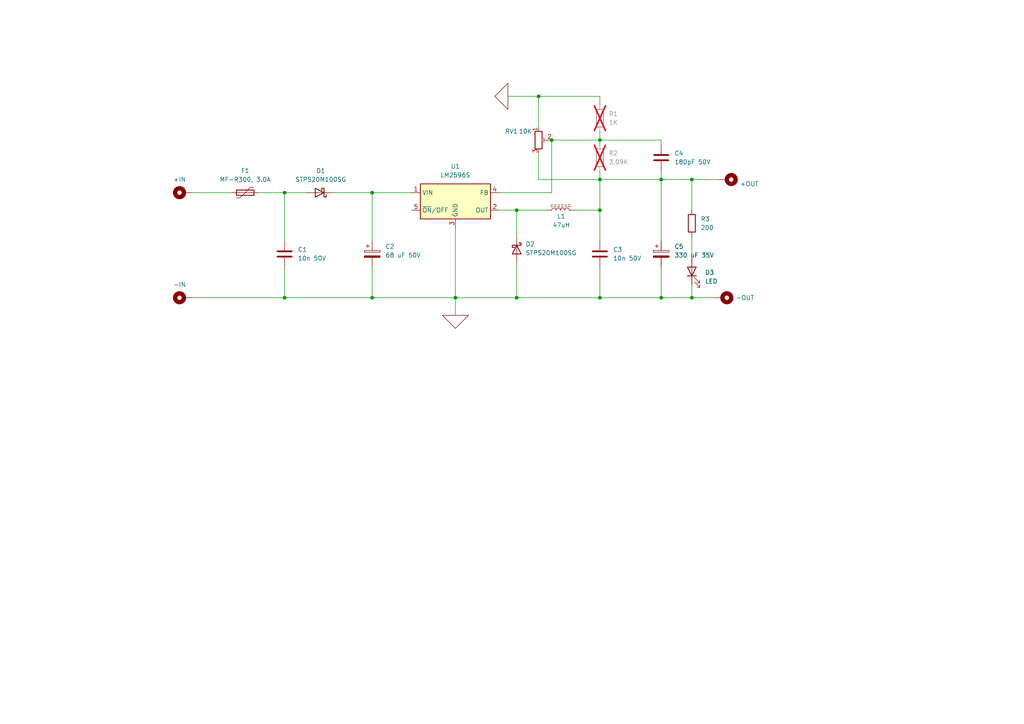
<source format=kicad_sch>
(kicad_sch (version 20231120) (generator "eeschema") (generator_version "8.0")
  (paper "A4")
  (lib_symbols
    (symbol "Device:C" (pin_numbers hide) (pin_names (offset 0.254))
      (property "Reference" "C" (at 0.635 2.54 0))
      (property "Value" "C" (at 0.635 -2.54 0))
      (symbol "C_0_1"
        (polyline (pts (xy -2.032 -0.762) (xy 2.032 -0.762)) (stroke (width 0.508)))
        (polyline (pts (xy -2.032 0.762) (xy 2.032 0.762)) (stroke (width 0.508)))
      )
      (symbol "C_1_1"
        (pin passive line (at 0 3.81 270) (length 2.794) (name "~") (number "1"))
        (pin passive line (at 0 -3.81 90) (length 2.794) (name "~") (number "2"))
      )
    )
    (symbol "Device:C_Polarized" (pin_numbers hide) (pin_names (offset 0.254))
      (property "Reference" "C" (at 0.635 2.54 0))
      (property "Value" "C_Polarized" (at 0.635 -2.54 0))
      (symbol "C_Polarized_0_1"
        (rectangle (start -2.286 0.508) (end 2.286 1.016))
        (polyline (pts (xy -1.778 2.286) (xy -0.762 2.286)))
        (polyline (pts (xy -1.27 2.794) (xy -1.27 1.778)))
        (rectangle (start 2.286 -0.508) (end -2.286 -1.016) (fill (type outline)))
      )
      (symbol "C_Polarized_1_1"
        (pin passive line (at 0 3.81 270) (length 2.794) (name "~") (number "1"))
        (pin passive line (at 0 -3.81 90) (length 2.794) (name "~") (number "2"))
      )
    )
    (symbol "Device:D_Schottky" (pin_numbers hide) (pin_names (offset 1.016) hide)
      (property "Reference" "D" (at 0 2.54 0))
      (property "Value" "D_Schottky" (at 0 -2.54 0))
      (symbol "D_Schottky_0_1"
        (polyline (pts (xy 1.27 0) (xy -1.27 0)))
        (polyline (pts (xy 1.27 1.27) (xy 1.27 -1.27) (xy -1.27 0) (xy 1.27 1.27)) (stroke (width 0.254)))
        (polyline (pts (xy -1.905 0.635) (xy -1.905 1.27) (xy -1.27 1.27) (xy -1.27 -1.27) (xy -0.635 -1.27) (xy -0.635 -0.635)) (stroke (width 0.254)))
      )
      (symbol "D_Schottky_1_1"
        (pin passive line (at -3.81 0 0) (length 2.54) (name "K") (number "1"))
        (pin passive line (at 3.81 0 180) (length 2.54) (name "A") (number "2"))
      )
    )
    (symbol "Device:LED" (pin_numbers hide) (pin_names (offset 1.016) hide)
      (property "Reference" "D" (at 0 2.54 0))
      (property "Value" "LED" (at 0 -2.54 0))
      (symbol "LED_0_1"
        (polyline (pts (xy -1.27 -1.27) (xy -1.27 1.27)) (stroke (width 0.254)))
        (polyline (pts (xy -1.27 0) (xy 1.27 0)))
        (polyline (pts (xy 1.27 -1.27) (xy 1.27 1.27) (xy -1.27 0) (xy 1.27 -1.27)) (stroke (width 0.254)))
        (polyline (pts (xy -3.048 -0.762) (xy -4.572 -2.286) (xy -3.81 -2.286) (xy -4.572 -2.286) (xy -4.572 -1.524)))
        (polyline (pts (xy -1.778 -0.762) (xy -3.302 -2.286) (xy -2.54 -2.286) (xy -3.302 -2.286) (xy -3.302 -1.524)))
      )
      (symbol "LED_1_1"
        (pin passive line (at -3.81 0 0) (length 2.54) (name "K") (number "1"))
        (pin passive line (at 3.81 0 180) (length 2.54) (name "A") (number "2"))
      )
    )
    (symbol "Device:L_Ferrite" (pin_numbers hide) (pin_names (offset 1.016) hide)
      (property "Reference" "L" (at -1.27 0 90))
      (property "Value" "L_Ferrite" (at 2.794 0 90))
      (symbol "L_Ferrite_0_1"
        (arc (start 0 -2.54) (mid 0.6323 -1.905) (end 0 -1.27))
        (arc (start 0 -1.27) (mid 0.6323 -0.635) (end 0 0))
        (polyline (pts (xy 1.016 -2.794) (xy 1.016 -2.286)))
        (polyline (pts (xy 1.016 -1.778) (xy 1.016 -1.27)))
        (polyline (pts (xy 1.016 -0.762) (xy 1.016 -0.254)))
        (polyline (pts (xy 1.016 0.254) (xy 1.016 0.762)))
        (polyline (pts (xy 1.016 1.27) (xy 1.016 1.778)))
        (polyline (pts (xy 1.016 2.286) (xy 1.016 2.794)))
        (polyline (pts (xy 1.524 -2.286) (xy 1.524 -2.794)))
        (polyline (pts (xy 1.524 -1.27) (xy 1.524 -1.778)))
        (polyline (pts (xy 1.524 -0.254) (xy 1.524 -0.762)))
        (polyline (pts (xy 1.524 0.762) (xy 1.524 0.254)))
        (polyline (pts (xy 1.524 1.778) (xy 1.524 1.27)))
        (polyline (pts (xy 1.524 2.794) (xy 1.524 2.286)))
        (arc (start 0 0) (mid 0.6323 0.635) (end 0 1.27))
        (arc (start 0 1.27) (mid 0.6323 1.905) (end 0 2.54))
      )
      (symbol "L_Ferrite_1_1"
        (pin passive line (at 0 3.81 270) (length 1.27) (name "1") (number "1"))
        (pin passive line (at 0 -3.81 90) (length 1.27) (name "2") (number "2"))
      )
    )
    (symbol "Device:Polyfuse" (pin_numbers hide) (pin_names (offset 0))
      (property "Reference" "F" (at -2.54 0 90))
      (property "Value" "Polyfuse" (at 2.54 0 90))
      (symbol "Polyfuse_0_1"
        (rectangle (start -0.762 2.54) (end 0.762 -2.54) (stroke (width 0.254)))
        (polyline (pts (xy 0 2.54) (xy 0 -2.54)))
        (polyline (pts (xy -1.524 2.54) (xy -1.524 1.524) (xy 1.524 -1.524) (xy 1.524 -2.54)))
      )
      (symbol "Polyfuse_1_1"
        (pin passive line (at 0 3.81 270) (length 1.27) (name "~") (number "1"))
        (pin passive line (at 0 -3.81 90) (length 1.27) (name "~") (number "2"))
      )
    )
    (symbol "Device:R" (pin_numbers hide) (pin_names (offset 0))
      (property "Reference" "R" (at 2.032 0 90))
      (property "Value" "R" (at 0 0 90))
      (symbol "R_0_1"
        (rectangle (start -1.016 -2.54) (end 1.016 2.54) (stroke (width 0.254)))
      )
      (symbol "R_1_1"
        (pin passive line (at 0 3.81 270) (length 1.27) (name "~") (number "1"))
        (pin passive line (at 0 -3.81 90) (length 1.27) (name "~") (number "2"))
      )
    )
    (symbol "Device:R_Potentiometer_Trim" (pin_names (offset 1.016) hide)
      (property "Reference" "RV" (at -4.445 0 90))
      (property "Value" "R_Potentiometer_Trim" (at -2.54 0 90))
      (symbol "R_Potentiometer_Trim_0_1"
        (polyline (pts (xy 1.524 0.762) (xy 1.524 -0.762)))
        (polyline (pts (xy 2.54 0) (xy 1.524 0)))
        (rectangle (start 1.016 2.54) (end -1.016 -2.54) (stroke (width 0.254)))
      )
      (symbol "R_Potentiometer_Trim_1_1"
        (pin passive line (at 0 3.81 270) (length 1.27) (name "1") (number "1"))
        (pin passive line (at 3.81 0 180) (length 1.27) (name "2") (number "2"))
        (pin passive line (at 0 -3.81 90) (length 1.27) (name "3") (number "3"))
      )
    )
    (symbol "Mechanical:MountingHole_Pad" (pin_numbers hide) (pin_names (offset 1.016) hide) (exclude_from_sim yes) (in_bom no)
      (property "Reference" "H" (at 0 6.35 0))
      (property "Value" "MountingHole_Pad" (at 0 4.445 0))
      (symbol "MountingHole_Pad_0_1"
        (circle (center 0 1.27) (radius 1.27) (stroke (width 1.27)))
      )
      (symbol "MountingHole_Pad_1_1"
        (pin input line (at 0 -2.54 90) (length 2.54) (name "1") (number "1"))
      )
    )
    (symbol "PCM_Generic:P,GND" (power) (pin_numbers hide) (pin_names (offset 3.81))
      (symbol "P,GND_1_1"
        (polyline (pts (xy 0 -3.81) (xy 3.81 0) (xy -3.81 0) (xy 0 -3.81)))
        (pin power_in line (at 0 0 0) (length 0) hide (name "GND") (number "0"))
      )
    )
    (symbol "Regulator_Switching:LM2596S-5"
      (property "Reference" "U" (at -10.16 6.35 0))
      (property "Value" "LM2596S-5" (at 0 6.35 0))
      (symbol "LM2596S-5_0_1"
        (rectangle (start -10.16 5.08) (end 10.16 -5.08) (stroke (width 0.254)) (fill (type background)))
      )
      (symbol "LM2596S-5_1_1"
        (pin power_in line (at -12.7 2.54 0) (length 2.54) (name "VIN") (number "1"))
        (pin output line (at 12.7 -2.54 180) (length 2.54) (name "OUT") (number "2"))
        (pin power_in line (at 0 -7.62 90) (length 2.54) (name "GND") (number "3"))
        (pin input line (at 12.7 2.54 180) (length 2.54) (name "FB") (number "4"))
        (pin input line (at -12.7 -2.54 0) (length 2.54) (name "~{ON}/OFF") (number "5"))
      )
    )
  )
  (junction (at 173.99 86.36))
  (junction (at 160.02 40.64))
  (junction (at 149.86 86.36))
  (junction (at 149.86 60.96))
  (junction (at 191.77 52.07))
  (junction (at 191.77 86.36))
  (junction (at 107.95 86.36))
  (junction (at 82.55 55.88))
  (junction (at 173.99 60.96))
  (junction (at 200.66 52.07))
  (junction (at 173.99 40.64))
  (junction (at 82.55 86.36))
  (junction (at 156.21 27.94))
  (junction (at 107.95 55.88))
  (junction (at 200.66 86.36))
  (junction (at 132.08 86.36))
  (junction (at 173.99 52.07))
  (wire (pts (xy 96.52 55.88) (xy 107.95 55.88)))
  (wire (pts (xy 149.86 60.96) (xy 149.86 68.58)))
  (wire (pts (xy 156.21 52.07) (xy 156.21 44.45)))
  (wire (pts (xy 173.99 77.47) (xy 173.99 86.36)))
  (wire (pts (xy 191.77 77.47) (xy 191.77 86.36)))
  (wire (pts (xy 200.66 82.55) (xy 200.66 86.36)))
  (wire (pts (xy 160.02 55.88) (xy 144.78 55.88)))
  (wire (pts (xy 149.86 86.36) (xy 173.99 86.36)))
  (wire (pts (xy 200.66 86.36) (xy 207.01 86.36)))
  (wire (pts (xy 144.78 60.96) (xy 149.86 60.96)))
  (wire (pts (xy 107.95 86.36) (xy 132.08 86.36)))
  (wire (pts (xy 107.95 77.47) (xy 107.95 86.36)))
  (wire (pts (xy 173.99 52.07) (xy 173.99 60.96)))
  (wire (pts (xy 191.77 52.07) (xy 200.66 52.07)))
  (wire (pts (xy 132.08 86.36) (xy 149.86 86.36)))
  (wire (pts (xy 200.66 68.58) (xy 200.66 74.93)))
  (wire (pts (xy 132.08 66.04) (xy 132.08 86.36)))
  (wire (pts (xy 82.55 77.47) (xy 82.55 86.36)))
  (wire (pts (xy 160.02 40.64) (xy 173.99 40.64)))
  (wire (pts (xy 156.21 27.94) (xy 173.99 27.94)))
  (wire (pts (xy 82.55 55.88) (xy 88.9 55.88)))
  (wire (pts (xy 191.77 86.36) (xy 200.66 86.36)))
  (wire (pts (xy 173.99 27.94) (xy 173.99 30.48)))
  (wire (pts (xy 82.55 69.85) (xy 82.55 55.88)))
  (wire (pts (xy 149.86 60.96) (xy 158.75 60.96)))
  (wire (pts (xy 173.99 40.64) (xy 173.99 41.91)))
  (wire (pts (xy 156.21 36.83) (xy 156.21 27.94)))
  (wire (pts (xy 107.95 55.88) (xy 119.38 55.88)))
  (wire (pts (xy 173.99 52.07) (xy 191.77 52.07)))
  (wire (pts (xy 132.08 86.36) (xy 132.08 91.44)))
  (wire (pts (xy 191.77 41.91) (xy 191.77 40.64)))
  (wire (pts (xy 160.02 40.64) (xy 160.02 55.88)))
  (wire (pts (xy 200.66 52.07) (xy 208.28 52.07)))
  (wire (pts (xy 74.93 55.88) (xy 82.55 55.88)))
  (wire (pts (xy 173.99 86.36) (xy 191.77 86.36)))
  (wire (pts (xy 173.99 49.53) (xy 173.99 52.07)))
  (wire (pts (xy 107.95 55.88) (xy 107.95 69.85)))
  (wire (pts (xy 200.66 52.07) (xy 200.66 60.96)))
  (wire (pts (xy 173.99 52.07) (xy 156.21 52.07)))
  (wire (pts (xy 191.77 40.64) (xy 173.99 40.64)))
  (wire (pts (xy 173.99 38.1) (xy 173.99 40.64)))
  (wire (pts (xy 55.88 86.36) (xy 82.55 86.36)))
  (wire (pts (xy 147.32 27.94) (xy 156.21 27.94)))
  (wire (pts (xy 191.77 49.53) (xy 191.77 52.07)))
  (wire (pts (xy 166.37 60.96) (xy 173.99 60.96)))
  (wire (pts (xy 149.86 76.2) (xy 149.86 86.36)))
  (wire (pts (xy 55.88 55.88) (xy 67.31 55.88)))
  (wire (pts (xy 191.77 52.07) (xy 191.77 69.85)))
  (wire (pts (xy 82.55 86.36) (xy 107.95 86.36)))
  (wire (pts (xy 173.99 60.96) (xy 173.99 69.85)))
  (symbol (lib_id "Device:D_Schottky") (at 149.86 72.39 270) (unit 1)
    (property "Reference" "D2" (at 152.4 70.8024 90) (effects (justify left)))
    (property "Value" "STPS20M100SG" (at 152.4 73.3424 90) (effects (justify left)))
    (property "Footprint" "DCDC:DPAK_DDPAK" (effects (hide yes)))
    (property "Description" "Schottky diode" (effects (hide yes)))
  )
  (symbol (lib_id "Device:LED") (at 200.66 78.74 90) (unit 1)
    (property "Reference" "D3" (at 204.47 79.0574 90) (effects (justify right)))
    (property "Value" "LED" (at 204.47 81.5974 90) (effects (justify right)))
    (property "Footprint" "LED_SMD:LED_0805_2012Metric_Pad1.15x1.40mm_HandSolder" (effects (hide yes)))
    (property "Description" "Light emitting diode" (effects (hide yes)))
  )
  (symbol (lib_id "Mechanical:MountingHole_Pad") (at 210.82 52.07 270) (unit 1) (exclude_from_sim yes) (in_bom no)
    (property "Reference" "H4" (effects (hide yes)))
    (property "Value" "+OUT" (at 214.63 53.3399 90) (effects (justify left)))
    (property "Footprint" "DCDC:MountingHole_3.7x8mm_Pad" (effects (hide yes)))
    (property "Description" "Mounting Hole with connection" (effects (hide yes)))
  )
  (symbol (lib_id "Mechanical:MountingHole_Pad") (at 209.55 86.36 270) (unit 1) (exclude_from_sim yes) (in_bom no)
    (property "Reference" "H3" (effects (hide yes)))
    (property "Value" "-OUT" (at 213.36 86.3599 90) (effects (justify left)))
    (property "Footprint" "DCDC:MountingHole_3.7x8mm_Pad" (effects (hide yes)))
    (property "Description" "Mounting Hole with connection" (effects (hide yes)))
  )
  (symbol (lib_id "Device:D_Schottky") (at 92.71 55.88 180) (unit 1)
    (property "Reference" "D1" (at 93.0275 49.53 0))
    (property "Value" "STPS20M100SG" (at 93.0275 52.07 0))
    (property "Footprint" "DCDC:DPAK_DDPAK" (effects (hide yes)))
    (property "Description" "Schottky diode" (effects (hide yes)))
  )
  (symbol (lib_id "PCM_Generic:P,GND") (at 132.08 91.44 0) (unit 1)
    (property "Reference" "#PWR01" (effects (hide yes)))
    (property "Value" "P,GND" (effects (hide yes)))
    (property "Description" "compatibility ground/earth; protective (equipotential) bonding (PB); equipotentiality" (effects (hide yes)))
  )
  (symbol (lib_id "Device:C") (at 173.99 73.66 0) (unit 1)
    (property "Reference" "C3" (at 177.8 72.3899 0) (effects (justify left)))
    (property "Value" "10n 50V" (at 177.8 74.9299 0) (effects (justify left)))
    (property "Footprint" "Capacitor_SMD:C_0603_1608Metric" (effects (hide yes)))
    (property "Description" "Unpolarized capacitor" (effects (hide yes)))
  )
  (symbol (lib_id "Device:R_Potentiometer_Trim") (at 156.21 40.64 0) (unit 1)
    (property "Reference" "RV1" (at 148.336 38.1 0))
    (property "Value" "10K" (at 152.4 38.1 0))
    (property "Footprint" "Potentiometer_THT:Potentiometer_Bourns_3296W_Vertical" (effects (hide yes)))
    (property "Description" "Trim-potentiometer" (effects (hide yes)))
  )
  (symbol (lib_id "Device:C_Polarized") (at 107.95 73.66 0) (unit 1)
    (property "Reference" "C2" (at 111.76 71.5009 0) (effects (justify left)))
    (property "Value" "68 uF 50V" (at 111.76 74.0409 0) (effects (justify left)))
    (property "Footprint" "DCDC:CP_Elec_8_10" (effects (hide yes)))
    (property "Description" "Polarized capacitor" (effects (hide yes)))
  )
  (symbol (lib_id "Device:Polyfuse") (at 71.12 55.88 90) (unit 1)
    (property "Reference" "F1" (at 71.12 49.53 90))
    (property "Value" "MF-R300, 3.0A" (at 71.12 52.07 90))
    (property "Footprint" "DCDC:Fuse_Bourns_MF-R" (effects (hide yes)))
    (property "Description" "Resettable fuse, polymeric positive temperature coefficient" (effects (hide yes)))
  )
  (symbol (lib_id "Mechanical:MountingHole_Pad") (at 53.34 55.88 90) (unit 1) (exclude_from_sim yes) (in_bom no)
    (property "Reference" "H1" (effects (hide yes)))
    (property "Value" "+IN" (at 52.07 52.07 90))
    (property "Footprint" "DCDC:MountingHole_3.7x8mm_Pad_Via" (effects (hide yes)))
    (property "Description" "Mounting Hole with connection" (effects (hide yes)))
  )
  (symbol (lib_id "Device:R") (at 173.99 45.72 180) (unit 1) (dnp yes)
    (property "Reference" "R2" (at 176.53 44.4499 0) (effects (justify right)))
    (property "Value" "3.09K" (at 176.53 46.9899 0) (effects (justify right)))
    (property "Footprint" "Resistor_SMD:R_0603_1608Metric" (effects (hide yes)))
    (property "Description" "Resistor" (effects (hide yes)))
  )
  (symbol (lib_id "Regulator_Switching:LM2596S-5") (at 132.08 58.42 0) (unit 1)
    (property "Reference" "U1" (at 132.08 48.26 0))
    (property "Value" "LM2596S" (at 132.08 50.8 0))
    (property "Footprint" "DCDC:LM2596S" (effects (hide yes)))
    (property "Datasheet" "http://www.ti.com/lit/ds/symlink/lm2596.pdf" (effects (hide yes)))
    (property "Description" "5V 3A Step-Down Voltage Regulator, TO-263" (effects (hide yes)))
  )
  (symbol (lib_id "Mechanical:MountingHole_Pad") (at 53.34 86.36 90) (unit 1) (exclude_from_sim yes) (in_bom no)
    (property "Reference" "H2" (effects (hide yes)))
    (property "Value" "-IN" (at 52.07 82.55 90))
    (property "Footprint" "DCDC:MountingHole_3.7x8mm_Pad_Via" (effects (hide yes)))
    (property "Description" "Mounting Hole with connection" (effects (hide yes)))
  )
  (symbol (lib_id "PCM_Generic:P,GND") (at 147.32 27.94 270) (unit 1)
    (property "Reference" "#PWR02" (effects (hide yes)))
    (property "Value" "P,GND" (effects (hide yes)))
    (property "Description" "compatibility ground/earth; protective (equipotential) bonding (PB); equipotentiality" (effects (hide yes)))
  )
  (symbol (lib_id "Device:R") (at 200.66 64.77 0) (unit 1)
    (property "Reference" "R3" (at 203.2 63.4999 0) (effects (justify left)))
    (property "Value" "200" (at 203.2 66.0399 0) (effects (justify left)))
    (property "Footprint" "Resistor_SMD:R_0603_1608Metric" (effects (hide yes)))
    (property "Description" "Resistor" (effects (hide yes)))
  )
  (symbol (lib_id "Device:C") (at 191.77 45.72 180) (unit 1)
    (property "Reference" "C4" (at 195.58 44.4499 0) (effects (justify right)))
    (property "Value" "180pF 50V" (at 195.58 46.9899 0) (effects (justify right)))
    (property "Footprint" "Capacitor_SMD:C_0603_1608Metric" (effects (hide yes)))
    (property "Description" "Unpolarized capacitor" (effects (hide yes)))
  )
  (symbol (lib_id "Device:L_Ferrite") (at 162.56 60.96 90) (unit 1)
    (property "Reference" "L1" (at 162.814 62.738 90))
    (property "Value" "47uH" (at 162.814 65.278 90))
    (property "Footprint" "DCDC:L_10_12.7" (effects (hide yes)))
    (property "Description" "Inductor with ferrite core" (effects (hide yes)))
  )
  (symbol (lib_id "Device:C_Polarized") (at 191.77 73.66 0) (unit 1)
    (property "Reference" "C5" (at 195.58 71.5009 0) (effects (justify left)))
    (property "Value" "330 uF 35V" (at 195.58 74.0409 0) (effects (justify left)))
    (property "Footprint" "DCDC:CP_Elec_8_10" (effects (hide yes)))
    (property "Description" "Polarized capacitor" (effects (hide yes)))
  )
  (symbol (lib_id "Device:C") (at 82.55 73.66 0) (unit 1)
    (property "Reference" "C1" (at 86.36 72.3899 0) (effects (justify left)))
    (property "Value" "10n 50V" (at 86.36 74.9299 0) (effects (justify left)))
    (property "Footprint" "Capacitor_SMD:C_0603_1608Metric" (effects (hide yes)))
    (property "Description" "Unpolarized capacitor" (effects (hide yes)))
  )
  (symbol (lib_id "Device:R") (at 173.99 34.29 180) (unit 1) (dnp yes)
    (property "Reference" "R1" (at 176.53 33.0199 0) (effects (justify right)))
    (property "Value" "1K" (at 176.53 35.5599 0) (effects (justify right)))
    (property "Footprint" "Resistor_SMD:R_0603_1608Metric" (effects (hide yes)))
    (property "Description" "Resistor" (effects (hide yes)))
  )
)
</source>
